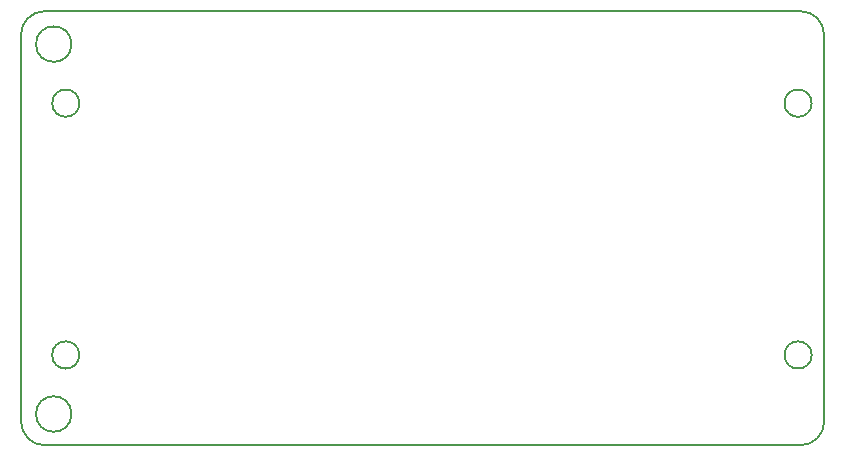
<source format=gko>
G04*
G04 #@! TF.GenerationSoftware,Altium Limited,Altium Designer,18.1.6 (161)*
G04*
G04 Layer_Color=16711935*
%FSTAX24Y24*%
%MOIN*%
G70*
G01*
G75*
%ADD114C,0.0059*%
D114*
X037181Y013835D02*
G03*
X037181Y013835I-000453J0D01*
G01*
Y022228D02*
G03*
X037181Y022228I-000453J0D01*
G01*
X012508Y011867D02*
G03*
X012508Y011867I-000591J0D01*
G01*
Y024196D02*
G03*
X012508Y024196I-000591J0D01*
G01*
X012769Y013836D02*
G03*
X012769Y013836I-000453J0D01*
G01*
X012772Y022228D02*
G03*
X012772Y022228I-000453J0D01*
G01*
X037598Y024508D02*
G03*
X036811Y025295I-000787J0D01*
G01*
X010827Y011614D02*
G03*
X011614Y010827I000787J-0D01*
G01*
X036811D02*
G03*
X037598Y011614I-0J000787D01*
G01*
X011614Y025295D02*
G03*
X010827Y024508I-0J-000787D01*
G01*
X036024Y025295D02*
X036024Y025295D01*
X036811D01*
X010827Y012402D02*
X010827Y012402D01*
X010827Y011614D02*
Y012402D01*
X011614Y010827D02*
X011614Y010827D01*
X012402D01*
X035827Y025295D02*
X035827Y025295D01*
X012598Y025295D02*
X035827D01*
X012402Y010827D02*
X036811D01*
X037598Y011614D02*
X037598Y024508D01*
X010827D02*
X010827Y012402D01*
X035827Y025295D02*
X036024D01*
X011614Y025295D02*
X012598D01*
M02*

</source>
